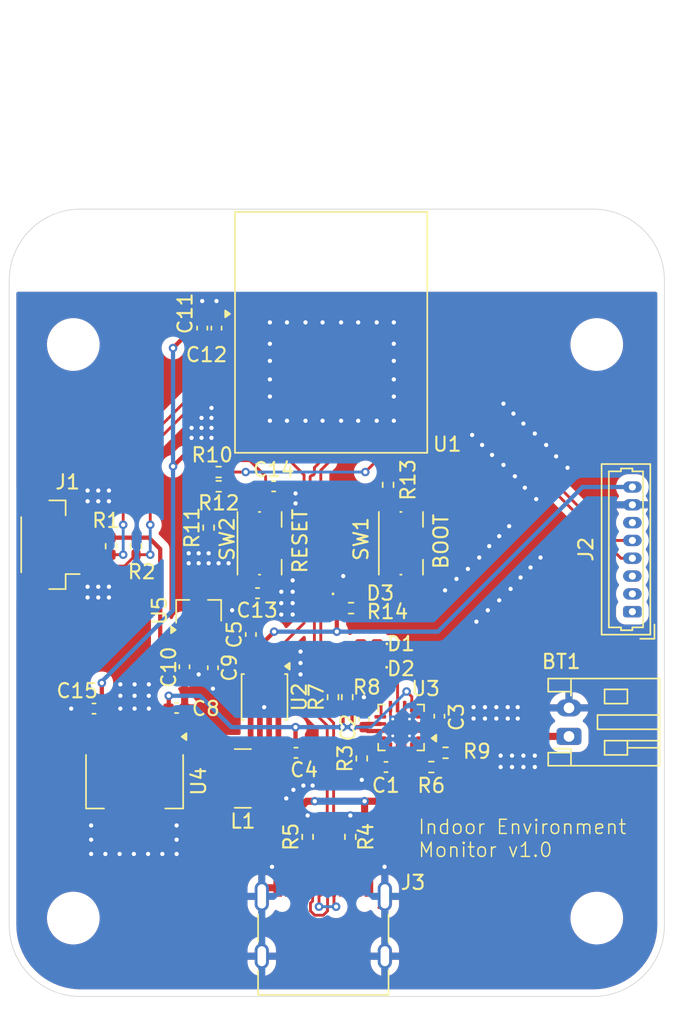
<source format=kicad_pcb>
(kicad_pcb (version 20241229) (generator "pcbnew") (generator_version "9.0")
  (layers (0 "F.Cu" signal) (2 "B.Cu" power) (13 "F.Paste" user) (15 "B.Paste" user) (5 "F.SilkS" user "F.Silkscreen") (7 "B.SilkS" user "B.Silkscreen") (1 "F.Mask" user) (3 "B.Mask" user) (25 "Edge.Cuts" user))
  (net 0 "")
  (net 1 "GND")
  (net 2 "/BAT+")
  (net 3 "/VBUS")
  (net 4 "/EN2")
  (net 5 "+5V")
  (net 6 "/ESP_PWR")
  (net 7 "/BME_PWR")
  (net 8 "Net-(SW2-B)")
  (net 9 "Net-(U1-EN)")
  (net 10 "Net-(D1-K)")
  (net 11 "Net-(D1-A)")
  (net 12 "Net-(D2-K)")
  (net 13 "Net-(D2-A)")
  (net 14 "/SDA")
  (net 15 "/SCL")
  (net 16 "/RX")
  (net 18 "/TX")
  (net 22 "/DP")
  (net 23 "Net-(J3-CC2)")
  (net 25 "/DN")
  (net 26 "Net-(J3-CC1)")
  (net 28 "Net-(U2-SW)")
  (net 29 "Net-(U3-ILIM)")
  (net 30 "Net-(U3-ISET)")
  (net 31 "Net-(U3-TS)")
  (net 32 "Net-(U1-IO8)")
  (net 33 "Net-(SW1-B)")
  (net 34 "Net-(U1-IO9)")
  (net 42 "/S_EN")
  (net 58 "Net-(D3-A)")
  (footprint "Capacitor_SMD:C_0402_1005Metric_Pad0.74x0.62mm_HandSolder" (layer "F.Cu") (at 138.3 82.1 -90)
    (property "Reference" "C11")
    (property "Value" "22uF")
  )
  (footprint "LED_SMD:LED_0402_1005Metric_Pad0.77x0.64mm_HandSolder" (layer "F.Cu") (at 149.9825 105.9 180)
    (property "Reference" "D2")
    (property "Value" "LED")
  )
  (footprint "Capacitor_SMD:C_0402_1005Metric_Pad0.74x0.62mm_HandSolder" (layer "F.Cu") (at 139.3 82.1 -90)
    (property "Reference" "C12")
    (property "Value" "0.1uF")
  )
  (footprint "Inductor_SMD:L_Coilcraft_LPS4018" (layer "F.Cu") (at 141.15 113.7 180)
    (property "Reference" "L1")
    (property "Value" "4.7uH")
  )
  (footprint "Resistor_SMD:R_0402_1005Metric_Pad0.72x0.64mm_HandSolder" (layer "F.Cu") (at 148.4825 107.9975 -90)
    (property "Reference" "R8")
    (property "Value" "2.26K")
  )
  (footprint "Resistor_SMD:R_0402_1005Metric_Pad0.72x0.64mm_HandSolder" (layer "F.Cu") (at 155.385 111.9 180)
    (property "Reference" "R9")
    (property "Value" "10K")
  )
  (footprint "Capacitor_SMD:C_0402_1005Metric_Pad0.74x0.62mm_HandSolder" (layer "F.Cu") (at 137.05 105.865 -90)
    (property "Reference" "C10")
    (property "Value" "0.1uF")
  )
  (footprint "Capacitor_SMD:C_0402_1005Metric_Pad0.74x0.62mm_HandSolder" (layer "F.Cu") (at 154.95 109.3325 90)
    (property "Reference" "C3")
    (property "Value" "4.7uF")
  )
  (footprint "Package_DFN_QFN:VQFN-16-1EP_3x3mm_P0.5mm_EP1.68x1.68mm_ThermalVias" (layer "F.Cu") (at 152.265 110.125 180)
    (property "Reference" "U3")
    (property "Value" "BQ24230RGT")
  )
  (footprint "Capacitor_SMD:C_0402_1005Metric_Pad0.74x0.62mm_HandSolder" (layer "F.Cu") (at 130.7 108.8 180)
    (property "Reference" "C15")
    (property "Value" "22uF")
  )
  (footprint "Resistor_SMD:R_0402_1005Metric_Pad0.72x0.64mm_HandSolder" (layer "F.Cu") (at 139.455 93.2 180)
    (property "Reference" "R12")
    (property "Value" "10K")
  )
  (footprint "Button_Switch_SMD:SW_Push_1P1T-SH_NO_CK_KMR2xxG" (layer "F.Cu") (at 152.25 97.2 -90)
    (property "Reference" "SW1")
    (property "Value" "BOOT")
  )
  (footprint "RF_Module:ESP32-C6-MINI-1" (layer "F.Cu") (at 147.35 85.1)
    (property "Reference" "U1")
    (property "Value" "ESP32-C6-MINI-1")
  )
  (footprint "Resistor_SMD:R_0402_1005Metric_Pad0.72x0.64mm_HandSolder" (layer "F.Cu") (at 133.65 97.4025 90)
    (property "Reference" "R2")
    (property "Value" "10K")
  )
  (footprint "Capacitor_SMD:C_0402_1005Metric_Pad0.74x0.62mm_HandSolder" (layer "F.Cu") (at 143.3175 93.2)
    (property "Reference" "C14")
    (property "Value" "1uF")
  )
  (footprint "MountingHole:MountingHole_3.2mm_M3" (layer "F.Cu") (at 166 83.25)
    (property "Reference" "H2" (hide yes))
    (property "Value" "MountingHole")
  )
  (footprint "Resistor_SMD:R_0402_1005Metric_Pad0.72x0.64mm_HandSolder" (layer "F.Cu") (at 151.35 93.0975 -90)
    (property "Reference" "R13")
    (property "Value" "220")
  )
  (footprint "MountingHole:MountingHole_3.2mm_M3" (layer "F.Cu") (at 129.25 123.5)
    (property "Reference" "H4" (hide yes))
    (property "Value" "MountingHole")
  )
  (footprint "Resistor_SMD:R_0402_1005Metric_Pad0.72x0.64mm_HandSolder" (layer "F.Cu") (at 148.75 101.75)
    (property "Reference" "R14")
    (property "Value" "3.9K")
  )
  (footprint "Button_Switch_SMD:SW_Push_1P1T-SH_NO_CK_KMR2xxG" (layer "F.Cu") (at 142.325 97.2 -90)
    (property "Reference" "SW2")
    (property "Value" "RST")
  )
  (footprint "MountingHole:MountingHole_3.2mm_M3" (layer "F.Cu") (at 129.25 83.25)
    (property "Reference" "H1" (hide yes))
    (property "Value" "MountingHole")
  )
  (footprint "Capacitor_SMD:C_0402_1005Metric_Pad0.74x0.62mm_HandSolder" (layer "F.Cu") (at 144.8825 111.9)
    (property "Reference" "C4")
    (property "Value" "10uF")
  )
  (footprint "Resistor_SMD:R_0402_1005Metric_Pad0.72x0.64mm_HandSolder" (layer "F.Cu") (at 131.9 97.4025 90)
    (property "Reference" "R1")
    (property "Value" "10K")
  )
  (footprint "Connector_JST:JST_PH_S2B-PH-K_1x02_P2.00mm_Horizontal" (layer "F.Cu") (at 164.05 110.75 90)
    (property "Reference" "BT1")
    (property "Value" "18650 Li-Ion Cell")
  )
  (footprint "Capacitor_SMD:C_0402_1005Metric_Pad0.74x0.62mm_HandSolder" (layer "F.Cu") (at 149.65 109.5325 -90)
    (property "Reference" "C2")
    (property "Value" "4.7uF")
  )
  (footprint "Capacitor_SMD:C_0402_1005Metric_Pad0.74x0.62mm_HandSolder" (layer "F.Cu") (at 151.2 112.9)
    (property "Reference" "C1")
    (property "Value" "1uF")
  )
  (footprint "Resistor_SMD:R_0402_1005Metric_Pad0.72x0.64mm_HandSolder" (layer "F.Cu") (at 139.45 92.2)
    (property "Reference" "R10")
    (property "Value" "10K")
  )
  (footprint "Package_TO_SOT_SMD:SOT-23_Handsoldering" (layer "F.Cu") (at 138.05 101.9325 90)
    (property "Reference" "U5")
    (property "Value" "TLV760")
  )
  (footprint "LED_SMD:LED_0402_1005Metric_Pad0.77x0.64mm_HandSolder" (layer "F.Cu") (at 148.75 100.75)
    (property "Reference" "D3")
    (property "Value" "LED")
  )
  (footprint "Resistor_SMD:R_0402_1005Metric_Pad0.72x0.64mm_HandSolder" (layer "F.Cu") (at 138.75 96.1025 90)
    (property "Reference" "R11")
    (property "Value" "0")
  )
  (footprint "Capacitor_SMD:C_0402_1005Metric_Pad0.74x0.62mm_HandSolder" (layer "F.Cu") (at 136.5 108.75)
    (property "Reference" "C8")
    (property "Value" "22uF")
  )
  (footprint "Resistor_SMD:R_0402_1005Metric_Pad0.72x0.64mm_HandSolder" (layer "F.Cu") (at 145.7 117.8 90)
    (property "Reference" "R5")
    (property "Value" "5.1K")
  )
  (footprint "Resistor_SMD:R_0402_1005Metric_Pad0.72x0.64mm_HandSolder" (layer "F.Cu") (at 149.5 112.3 90)
    (property "Reference" "R3")
    (property "Value" "2.94K")
  )
  (footprint "Resistor_SMD:R_0402_1005Metric_Pad0.72x0.64mm_HandSolder" (layer "F.Cu") (at 148.7 117.8 90)
    (property "Reference" "R4")
    (property "Value" "5.1K")
  )
  (footprint "Connector_Molex:Molex_PicoBlade_53047-0810_1x08_P1.25mm_Vertical" (layer "F.Cu") (at 168.5 102 90)
    (property "Reference" "J2")
    (property "Value" "Conn_01x08")
  )
  (footprint "Connector_USB:USB_C_Receptacle_G-Switch_GT-USB-7010ASV" (layer "F.Cu") (at 146.8 125.1)
    (property "Reference" "J3")
    (property "Value" "USB_C_Receptacle")
  )
  (footprint "Package_SO:MSOP-8_3x3mm_P0.65mm" (layer "F.Cu") (at 142.6725 107.9875 -90)
    (property "Reference" "U2")
    (property "Value" "MCP1642B-50")
  )
  (footprint "Resistor_SMD:R_0402_1005Metric_Pad0.72x0.64mm_HandSolder" (layer "F.Cu") (at 147.4825 107.9975 90)
    (property "Reference" "R7")
    (property "Value" "2.26K")
  )
  (footprint "MountingHole:MountingHole_3.2mm_M3" (layer "F.Cu") (at 166 123.5)
    (property "Reference" "H3" (hide yes))
    (property "Value" "MountingHole")
  )
  (footprint "Capacitor_SMD:C_0402_1005Metric_Pad0.74x0.62mm_HandSolder" (layer "F.Cu") (at 142.1825 100.7 180)
    (property "Reference" "C13")
    (property "Value" "0.1uF")
  )
  (footprint "Capacitor_SMD:C_0402_1005Metric_Pad0.74x0.62mm_HandSolder" (layer "F.Cu") (at 139.05 105.9325 -90)
    (property "Reference" "C9")
    (property "Value" "0.1uF")
  )
  (footprint "Connector_JST:JST_SH_BM04B-SRSS-TB_1x04-1MP_P1.00mm_Vertical" (layer "F.Cu") (at 127.6 97.3 90)
    (property "Reference" "J1")
    (property "Value" "JST SH 4")
  )
  (footprint "Package_TO_SOT_SMD:SOT-223-3_TabPin2" (layer "F.Cu") (at 133.55 113.9 -90)
    (property "Reference" "U4")
    (property "Value" "LT1963AxST-3.3")
  )
  (footprint "LED_SMD:LED_0402_1005Metric_Pad0.77x0.64mm_HandSolder" (layer "F.Cu") (at 150 104.25 180)
    (property "Reference" "D1")
    (property "Value" "LED")
  )
  (footprint "Capacitor_SMD:C_0402_1005Metric_Pad0.74x0.62mm_HandSolder" (layer "F.Cu") (at 141.715 103.6 90)
    (property "Reference" "C5")
    (property "Value" "10uF")
  )
  (footprint "Resistor_SMD:R_0402_1005Metric_Pad0.72x0.64mm_HandSolder" (layer "F.Cu") (at 154.385 112.9)
    (property "Reference" "R6")
    (property "Value" "4.32K")
  )
  (gr_arc (start 129.75 129) (mid 126.214466 127.535534) (end 124.75 124) (stroke (width 0.05)) (layer "Edge.Cuts"))
  (gr_arc (start 124.75 78.75) (mid 126.214466 75.214466) (end 129.75 73.75) (stroke (width 0.05)) (layer "Edge.Cuts"))
  (gr_line (start 170.75 79) (end 170.75 78.75) (stroke (width 0.05)) (layer "Edge.Cuts"))
  (gr_arc (start 165.75 73.75) (mid 169.285534 75.214466) (end 170.75 78.75) (stroke (width 0.05)) (layer "Edge.Cuts"))
  (gr_line (start 170.75 79) (end 170.75 124) (stroke (width 0.05)) (layer "Edge.Cuts"))
  (gr_line (start 124.75 78.75) (end 124.75 79) (stroke (width 0.05)) (layer "Edge.Cuts"))
  (gr_arc (start 170.75 124) (mid 169.285534 127.535534) (end 165.75 129) (stroke (width 0.05)) (layer "Edge.Cuts"))
  (gr_line (start 165.75 129) (end 129.75 129) (stroke (width 0.05)) (layer "Edge.Cuts"))
  (gr_line (start 129.75 73.75) (end 165.75 73.75) (stroke (width 0.05)) (layer "Edge.Cuts"))
  (gr_line (start 124.75 124) (end 124.75 79) (stroke (width 0.05)) (layer "Edge.Cuts"))
  (gr_text "RESET" (at 145.75 99.4 90) (layer "F.SilkS") (effects (font (size 1 1)) (justify left bottom)))
  (gr_text "Indoor Environment\nMonitor v1.0" (at 153.4 119.3 0) (layer "F.SilkS") (effects (font (size 1 1) (thickness 0.1)) (justify left bottom)))
  (gr_text "BOOT" (at 155.65 99.1 90) (layer "F.SilkS") (effects (font (size 1 1)) (justify left bottom)))
  (segment (start 139.05 106.5) (end 139.05 107.4) (width 0.2) (layer "F.Cu") (net 1))
  (segment (start 149.65 108.965) (end 149.65 108) (width 0.3) (layer "F.Cu") (net 1))
  (segment (start 150.6325 113.3675) (end 150.2 113.8) (width 0.3) (layer "F.Cu") (net 1))
  (segment (start 141.4 89.15) (end 141.45 89.1) (width 0.2) (layer "F.Cu") (net 1))
  (segment (start 143.885 93.2) (end 144.35 93.2) (width 0.2) (layer "F.Cu") (net 1))
  (segment (start 152.015 111.055) (end 151.675 110.715) (width 0.2) (layer "F.Cu") (net 1))
  (segment (start 141.715 103.0325) (end 141.715 102.315) (width 0.3) (layer "F.Cu") (net 1))
  (segment (start 148.1775 100.75) (end 148.1775 99.5225) (width 0.2) (layer "F.Cu") (net 1))
  (segment (start 148.7 117.2025) (end 148.7 116.3) (width 0.2) (layer "F.Cu") (net 1))
  (segment (start 152.515 108.6625) (end 152.515 109.195) (width 0.2) (layer "F.Cu") (net 1))
  (segment (start 143.125 95.15) (end 144.1 95.15) (width 0.2) (layer "F.Cu") (net 1))
  (segment (start 143.125 99.25) (end 144.1 99.25) (width 0.2) (layer "F.Cu") (net 1))
  (segment (start 145.7 117.2025) (end 145.7 116.3) (width 0.2) (layer "F.Cu") (net 1))
  (segment (start 144.15 90) (end 144.15 88.7) (width 0.2) (layer "F.Cu") (net 1))
  (segment (start 137.05 106.4325) (end 138.0175 106.4325) (width 0.2) (layer "F.Cu") (net 1))
  (segment (start 152.515 111.5875) (end 152.515 111.055) (width 0.2) (layer "F.Cu") (net 1))
  (segment (start 138.3 81.5325) (end 138.3 80.2) (width 0.2) (layer "F.Cu") (net 1))
  (segment (start 143.6 120.3) (end 143.2 119.9) (width 0.2) (layer "F.Cu") (net 1))
  (segment (start 150 121) (end 151.1 119.9) (width 0.2) (layer "F.Cu") (net 1))
  (segment (start 144.1 95.15) (end 144.85 94.4) (width 0.2) (layer "F.Cu") (net 1))
  (segment (start 145.45 114.15) (end 145.4 114.2) (width 0.3) (layer "F.Cu") (net 1))
  (segment (start 142.55 89.1) (end 143.05 88.6) (width 0.2) (layer "F.Cu") (net 1))
  (segment (start 144.15 88.7) (end 144.25 88.6) (width 0.2) (layer "F.Cu") (net 1))
  (segment (start 150.7 122.76) (end 151.14 122.76) (width 0.2) (layer "F.Cu") (net 1))
  (segment (start 144.1 99.25) (end 144.65 99.8) (width 0.2) (layer "F.Cu") (net 1))
  (segment (start 152.515 111.055) (end 152.855 110.715) (width 0.2) (layer "F.Cu") (net 1))
  (segment (start 142.9975 109.0475) (end 142.65 108.7) (width 0.2) (layer "F.Cu") (net 1))
  (segment (start 150.2 113.8) (end 149.5 113.8) (width 0.3) (layer "F.Cu") (net 1))
  (segment (start 141.3 101.9) (end 140.4 101.9) (width 0.3) (layer "F.Cu") (net 1))
  (segment (start 142.3475 109.0025) (end 142.65 108.7) (width 0.2) (layer "F.Cu") (net 1))
  (segment (start 152.515 109.195) (end 152.855 109.535) (width 0.2) (layer "F.Cu") (net 1))
  (segment (start 151.515 108.6625) (end 151.515 109.375) (width 0.2) (layer "F.Cu") (net 1))
  (segment (start 138.0175 106.4325) (end 138.05 106.4) (width 0.2) (layer "F.Cu") (net 1))
  (segment (start 150 121.475) (end 150 121) (width 0.2) (layer "F.Cu") (net 1))
  (segment (start 143.6 121.475) (end 143.6 120.3) (width 0.2) (layer "F.Cu") (net 1))
  (segment (start 153.015 109.375) (end 152.855 109.535) (width 0.2) (layer "F.Cu") (net 1))
  (segment (start 144.35 93.2) (end 144.85 93.7) (width 0.2) (layer "F.Cu") (net 1))
  (segment (start 141.4 90.05) (end 141.4 89.15) (width 0.2) (layer "F.Cu") (net 1))
  (segment (start 141.715 102.315) (end 141.3 101.9) (width 0.3) (layer "F.Cu") (net 1))
  (segment (start 145.45 111.9) (end 145.45 114.15) (width 0.3) (layer "F.Cu") (net 1))
  (segment (start 151.515 109.375) (end 151.675 109.535) (width 0.2) (layer "F.Cu") (net 1))
  (segment (start 153.7275 109.375) (end 153.015 109.375) (width 0.2) (layer "F.Cu") (net 1))
  (segment (start 142.3475 110.1) (end 142.3475 109.0025) (width 0.2) (layer "F.Cu") (net 1))
  (segment (start 141.45 89.1) (end 142.55 89.1) (width 0.2) (layer "F.Cu") (net 1))
  (segment (start 139.3 81.5325) (end 139.3 80.2) (width 0.2) (layer "F.Cu") (net 1))
  (segment (start 152.015 111.5875) (end 152.015 111.055) (width 0.2) (layer "F.Cu") (net 1))
  (segment (start 142.8 122.76) (end 142.36 122.76) (width 0.2) (layer "F.Cu") (net 1))
  (segment (start 148.1775 99.5225) (end 148.2 99.5) (width 0.2) (layer "F.Cu") (net 1))
  (segment (start 150.6325 112.9) (end 150.6325 113.3675) (width 0.3) (layer "F.Cu") (net 1))
  (segment (start 130.1325 108.8) (end 129.1 108.8) (width 0.3) (layer "F.Cu") (net 1))
  (segment (start 142.9975 110.1) (end 142.9975 109.0475) (width 0.2) (layer "F.Cu") (net 1))
  (segment (start 149.5 112.8975) (end 149.5 113.8) (width 0.2) (layer "F.Cu") (net 1))
  (via (at 140.15 98.6) (size 0.6) (drill 0.3) (layers "F.Cu" "B.Cu") (net 1))
  (via (at 145.55 88.6) (size 0.6) (drill 0.3) (layers "F.Cu" "B.Cu") (net 1))
  (via (at 159.85 96) (size 0.6) (drill 0.3) (layers "F.Cu" "B.Cu") (net 1))
  (via (at 131.75 100.25) (size 0.6) (drill 0.3) (layers "F.Cu" "B.Cu") (net 1))
  (via (at 158.95 109.5) (size 0.6) (drill 0.3) (layers "F.Cu" "B.Cu") (net 1))
  (via (at 162.45 90.3) (size 0.6) (drill 0.3) (layers "F.Cu" "B.Cu") (net 1))
  (via (at 160.45 109.5) (size 0.6) (drill 0.3) (layers "F.Cu" "B.Cu") (net 1))
  (via (at 136.5 119) (size 0.6) (drill 0.3) (layers "F.Cu" "B.Cu") (net 1))
  (via (at 143.05 88.6) (size 0.6) (drill 0.3) (layers "F.Cu" "B.Cu") (net 1))
  (via (at 138.75 97.9) (size 0.6) (drill 0.3) (layers "F.Cu" "B.Cu") (net 1))
  (via (at 160.85 88.8) (size 0.6) (drill 0.3) (layers "F.Cu" "B.Cu") (net 1))
  (via (at 159.15 96.7) (size 0.6) (drill 0.3) (layers "F.Cu" "B.Cu") (net 1))
  (via (at 131.5 119) (size 0.6) (drill 0.3) (layers "F.Cu" "B.Cu") (net 1))
  (via (at 144.85 93.7) (size 0.6) (drill 0.3) (layers "F.Cu" "B.Cu") (net 1))
  (via (at 163.15 91.1) (size 0.6) (drill 0.3) (layers "F.Cu" "B.Cu") (net 1))
  (via (at 163.95 91.9) (size 0.6) (drill 0.3) (layers "F.Cu" "B.Cu") (net 1))
  (via (at 159.75 109.5) (size 0.6) (drill 0.3) (layers "F.Cu" "B.Cu") (net 1))
  (via (at 160.95 93.3) (size 0.6) (drill 0.3) (layers "F.Cu" "B.Cu") (net 1))
  (via (at 161.35 98.9) (size 0.6) (drill 0.3) (layers "F.Cu" "B.Cu") (net 1))
  (via (at 133.55 108.8) (size 0.6) (drill 0.3) (layers "F.Cu" "B.Cu") (net 1))
  (via (at 143.2 119.9) (size 0.6) (drill 0.3) (layers "F.Cu" "B.Cu") (net 1))
  (via (at 157.35 109.5) (size 0.6) (drill 0.3) (layers "F.Cu" "B.Cu") (net 1))
  (via (at 131 101) (size 0.6) (drill 0.3) (layers "F.Cu" "B.Cu") (net 1))
  (via (at 159.95 100.4) (size 0.6) (drill 0.3) (layers "F.Cu" "B.Cu") (net 1))
  (via (at 161.65 89.5) (size 0.6) (drill 0.3) (layers "F.Cu" "B.Cu") (net 1))
  (via (at 140.4 101.9) (size 0.6) (drill 0.3) (layers "F.Cu" "B.Cu") (net 1))
  (via (at 139.05 107.4) (size 0.6) (drill 0.3) (layers "F.Cu" "B.Cu") (net 1))
  (via (at 158.15 109.5) (size 0.6) (drill 0.3) (layers "F.Cu" "B.Cu") (net 1))
  (via (at 160.05 112.1) (size 0.6) (drill 0.3) (layers "F.Cu" "B.Cu") (net 1))
  (via (at 137.35 97.9) (size 0.6) (drill 0.3) (layers "F.Cu" "B.Cu") (net 1))
  (via (at 138.25 89.1) (size 0.6) (drill 0.3) (layers "F.Cu" "B.Cu") (net 1))
  (via (at 131 94.25) (size 0.6) (drill 0.3) (layers "F.Cu" "B.Cu") (net 1))
  (via (at 144.65 101.4) (size 0.6) (drill 0.3) (layers "F.Cu" "B.Cu") (net 1))
  (via (at 143.05 81.7) (size 0.6) (drill 0.3) (layers "F.Cu" "B.Cu") (net 1))
  (via (at 133.55 107.1) (size 0.6) (drill 0.3) (layers "F.Cu" "B.Cu") (net 1))
  (via (at 157.35 108.7) (size 0.6) (drill 0.3) (layers "F.Cu" "B.Cu") (net 1))
  (via (at 132.55 107.9) (size 0.6) (drill 0.3) (layers "F.Cu" "B.Cu") (net 1))
  (via (at 145.2 104.8) (size 0.6) (drill 0.3) (layers "F.Cu" "B.Cu") (net 1))
  (via (at 144.2 115.1) (size 0.6) (drill 0.3) (layers "F.Cu" "B.Cu") (net 1))
  (via (at 144.25 88.6) (size 0.6) (drill 0.3) (layers "F.Cu" "B.Cu") (net 1))
  (via (at 130.25 101) (size 0.6) (drill 0.3) (layers "F.Cu" "B.Cu") (net 1))
  (via (at 158.45 97.4) (size 0.6) (drill 0.3) (layers "F.Cu" "B.Cu") (net 1))
  (via (at 160.85 112.9) (size 0.6) (drill 0.3) (layers "F.Cu" "B.Cu") (net 1))
  (via (at 143.05 84.4) (size 0.6) (drill 0.3) (layers "F.Cu" "B.Cu") (net 1))
  (via (at 155.35 100.5) (size 0.6) (drill 0.3) (layers "F.Cu" "B.Cu") (net 1))
  (via (at 158.65 91) (size 0.6) (drill 0.3) (layers "F.Cu" "B.Cu") (net 1))
  (via (at 134.55 108.8) (size 0.6) (drill 0.3) (layers "F.Cu" "B.Cu") (net 1))
  (via (at 144.65 99.8) (size 0.6) (drill 0.3) (layers "F.Cu" "B.Cu") (net 1))
  (via (at 134.55 107.1) (size 0.6) (drill 0.3) (layers "F.Cu" "B.Cu") (net 1))
  (via (at 151.75 88.6) (size 0.6) (drill 0.3) (layers "F.Cu" "B.Cu") (net 1))
  (via (at 143.05 83.2) (size 0.6) (drill 0.3) (layers "F.Cu" "B.Cu") (net 1))
  (via (at 158.15 108.7) (size 0.6) (drill 0.3) (layers "F.Cu" "B.Cu") (net 1))
  (via (at 162.05 98.2) (size 0.6) (drill 0.3) (layers "F.Cu" "B.Cu") (net 1))
  (via (at 138.05 98.6) (size 0.6) (drill 0.3) (layers "F.Cu" "B.Cu") (net 1))
  (via (at 157.25 89.6) (size 0.6) (drill 0.3) (layers "F.Cu" "B.Cu") (net 1))
  (via (at 160.25 92.5) (size 0.6) (drill 0.3) (layers "F.Cu" "B.Cu") (net 1))
  (via (at 138.75 98.6) (size 0.6) (drill 0.3) (layers "F.Cu" "B.Cu") (net 1))
  (via (at 138.25 88.4) (size 0.6) (drill 0.3) (layers "F.Cu" "B.Cu") (net 1))
  (via (at 131.75 93.5) (size 0.6) (drill 0.3) (layers "F.Cu" "B.Cu") (net 1))
  (via (at 135.5 119) (size 0.6) (drill 0.3) (layers "F.Cu" "B.Cu") (net 1))
  (via (at 143.85 102.2) (size 0.6) (drill 0.3) (layers "F.Cu" "B.Cu") (net 1))
  (via (at 144.25 81.7) (size 0.6) (drill 0.3) (layers "F.Cu" "B.Cu") (net 1))
  (via (at 131 100.25) (size 0.6) (drill 0.3) (layers "F.Cu" "B.Cu") (net 1))
  (via (at 158.95 108.7) (size 0.6) (drill 0.3) (layers "F.Cu" "B.Cu") (net 1))
  (via (at 143.05 85.7) (size 0.6) (drill 0.3) (layers "F.Cu" "B.Cu") (net 1))
  (via (at 131.75 101) (size 0.6) (drill 0.3) (layers "F.Cu" "B.Cu") (net 1))
  (via (at 137.55 89.1) (size 0.6) (drill 0.3) (layers "F.Cu" "B.Cu") (net 1))
  (via (at 146.75 81.7) (size 0.6) (drill 0.3) (layers "F.Cu" "B.Cu") (net 1))
  (via (at 132.55 107.1) (size 0.6) (drill 0.3) (layers "F.Cu" "B.Cu") (net 1))
  (via (at 148.7 116.3) (size 0.6) (drill 0.3) (layers "F.Cu" "B.Cu") (net 1))
  (via (at 136.5 117) (size 0.6) (drill 0.3) (layers "F.Cu" "B.Cu") (net 1))
  (via (at 145.2 106.4) (size 0.6) (drill 0.3) (layers "F.Cu" "B.Cu") (net 1))
  (via (at 145.7 116.3) (size 0.6) (drill 0.3) (layers "F.Cu" "B.Cu") (net 1))
  (via (at 150.55 88.6) (size 0.6) (drill 0.3) (layers "F.Cu" "B.Cu") (net 1))
  (via (at 157.95 90.3) (size 0.6) (drill 0.3) (layers "F.Cu" "B.Cu") (net 1))
  (via (at 161.75 94.1) (size 0.6) (drill 0.3) (layers "F.Cu" "B.Cu") (net 1))
  (via (at 130.5 118) (size 0.6) (drill 0.3) (layers "F.Cu" "B.Cu") (net 1))
  (via (at 159.45 91.7) (size 0.6) (drill 0.3) (layers "F.Cu" "B.Cu") (net 1))
  (via (at 151.75 86.9) (size 0.6) (drill 0.3) (layers "F.Cu" "B.Cu") (net 1))
  (via (at 144.65 102.2) (size 0.6) (drill 0.3) (layers "F.Cu" "B.Cu") (net 1))
  (via (at 149.65 108) (size 0.6) (drill 0.3) (layers "F.Cu" "B.Cu") (net 1))
  (via (at 150.55 81.7) (size 0.6) (drill 0.3) (layers "F.Cu" "B.Cu") (net 1))
  (via (at 160.15 88.1) (size 0.6) (drill 0.3) (layers "F.Cu" "B.Cu") (net 1))
  (via (at 149.5 113.8) (size 0.6) (drill 0.3) (layers "F.Cu" "B.Cu") (net 1))
  (via (at 142.65 108.7) (size 0.6) (drill 0.3) (layers "F.Cu" "B.Cu") (net 1))
  (via (at 161.65 112.9) (size 0.6) (drill 0.3) (layers "F.Cu" "B.Cu") (net 1))
  (via (at 151.75 84.4) (size 0.6) (drill 0.3) (layers "F.Cu" "B.Cu") (net 1))
  (via (at 138.05 97.9) (size 0.6) (drill 0.3) (layers "F.Cu" "B.Cu") (net 1))
  (via (at 159.25 112.9) (size 0.6) (drill 0.3) (layers "F.Cu" "B.Cu") (net 1))
  (via (at 130.25 93.5) (size 0.6) (drill 0.3) (layers "F.Cu" "B.Cu") (net 1))
  (via (at 132.55 108.8) (size 0.6) (drill 0.3) (layers "F.Cu" "B.Cu") (net 1))
  (via (at 145.55 81.7) (size 0.6) (drill 0.3) (layers "F.Cu" "B.Cu") (net 1))
  (via (at 146.75 88.6) (size 0.6) (drill 0.3) (layers "F.Cu" "B.Cu") (net 1))
  (via (at 138.3 80.2) (size 0.6) (drill 0.3) (layers "F.Cu" "B.Cu") (net 1))
  (via (at 149.25 81.7) (size 0.6) (drill 0.3) (layers "F.Cu" "B.Cu") (net 1))
  (via (at 130.5 117) (size 0.6) (drill 0.3) (layers "F.Cu" "B.Cu") (net 1))
  (via (at 132.5 119) (size 0.6) (drill 0.3) (layers "F.Cu" "B.Cu") (net 1))
  (via (at 146.05 114.2) (size 0.6) (drill 0.3) (layers "F.Cu" "B.Cu") (net 1))
  (via (at 157.75 98.2) (size 0.6) (drill 0.3) (layers "F.Cu" "B.Cu") (net 1))
  (via (at 144.7 114.5) (size 0.6) (drill 0.3) (layers "F.Cu" "B.Cu") (net 1))
  (via (at 145.4 114.2) (size 0.6) (drill 0.3) (layers "F.Cu" "B.Cu") (net 1))
  (via (at 157.55 102.7) (size 0.6) (drill 0.3) (layers "F.Cu" "B.Cu") (net 1))
  (via (at 137.55 89.8) (size 0.6) (drill 0.3) (layers "F.Cu" "B.Cu") (net 1))
  (via (at 138.95 89.8) (size 0.6) (drill 0.3) (layers "F.Cu" "B.Cu") (net 1))
  (via (at 131 93.5) (size 0.6) (drill 0.3) (layers "F.Cu" "B.Cu") (net 1))
  (via (at 138.95 87.7) (size 0.6) (drill 0.3) (layers "F.Cu" "B.Cu") (net 1))
  (via (at 133.55 107.9) (size 0.6) (drill 0.3) (layers "F.Cu" "B.Cu") (net 1))
  (via (at 139.3 80.2) (size 0.6) (drill 0.3) (layers "F.Cu" "B.Cu") (net 1))
  (via (at 156.95 99) (size 0.6) (drill 0.3) (layers "F.Cu" "B.Cu") (net 1))
  (via (at 138.25 89.8) (size 0.6) (drill 0.3) (layers "F.Cu" "B.Cu") (net 1))
  (via (at 143.85 101.4) (size 0.6) (drill 0.3) (layers "F.Cu" "B.Cu") (net 1))
  (via (at 159.25 112.1) (size 0.6) (drill 0.3) (layers "F.Cu" "B.Cu") (net 1))
  (via (at 144.65 100.6) (size 0.6) (drill 0.3) (layers "F.Cu" "B.Cu") (net 1))
  (via (at 151.75 85.7) (size 0.6) (drill 0.3) (layers "F.Cu" "B.Cu") (net 1))
  (via (at 145.2 105.6) (size 0.6) (drill 0.3) (layers "F.Cu" "B.Cu") (net 1))
  (via (at 160.45 108.7) (size 0.6) (drill 0.3) (layers "F.Cu" "B.Cu") (net 1))
  (via (at 138.95 88.4) (size 0.6) (drill 0.3) (layers "F.Cu" "B.Cu") (net 1))
  (via (at 143.85 100.6) (size 0.6) (drill 0.3) (layers "F.Cu" "B.Cu") (net 1))
  (via (at 151.75 83.2) (size 0.6) (drill 0.3) (layers "F.Cu" "B.Cu") (net 1))
  (via (at 159.15 101.2) (size 0.6) (drill 0.3) (layers "F.Cu" "B.Cu") (net 1))
  (via (at 130.25 100.25) (size 0.6) (drill 0.3) (layers "F.Cu" "B.Cu") (net 1))
  (via (at 156.15 99.7) (size 0.6) (drill 0.3) (layers "F.Cu" "B.Cu") (net 1))
  (via (at 161.65 112.1) (size 0.6) (drill 0.3) (layers "F.Cu" "B.Cu") (net 1))
  (via (at 151.75 81.7) (size 0.6) (drill 0.3) (layers "F.Cu" "B.Cu") (net 1))
  (via (at 138.95 89.1) (size 0.6) (drill 0.3) (layers "F.Cu" "B.Cu") (net 1))
  (via (at 160.05 112.9) (size 0.6) (drill 0.3) (layers "F.Cu" "B.Cu") (net 1))
  (via (at 129.1 108.8) (size 0.6) (drill 0.3) (layers "F.Cu" "B.Cu") (net 1))
  (via (at 130.25 94.25) (size 0.6) (drill 0.3) (layers "F.Cu" "B.Cu") (net 1))
  (via (at 158.35 101.9) (size 0.6) (drill 0.3) (layers "F.Cu" "B.Cu") (net 1))
  (via (at 148.05 88.6) (size 0.6) (drill 0.3) (layers "F.Cu" "B.Cu") (net 1))
  (via (at 160.85 112.1) (size 0.6) (drill 0.3) (layers "F.Cu" "B.Cu") (net 1))
  (via (at 130.5 119) (size 0.6) (drill 0.3) (layers "F.Cu" "B.Cu") (net 1))
  (via (at 131.75 94.25) (size 0.6) (drill 0.3) (layers "F.Cu" "B.Cu") (net 1))
  (via (at 134.5 119) (size 0.6) (drill 0.3) (layers "F.Cu" "B.Cu") (net 1))
  (via (at 136.5 118) (size 0.6) (drill 0.3) (layers "F.Cu" "B.Cu") (net 1))
  (via (at 133.5 119) (size 0.6) (drill 0.3) (layers "F.Cu" "B.Cu") (net 1))
  (via (at 139.45 98.6) (size 0.6) (drill 0.3) (layers "F.Cu" "B.Cu") (net 1))
  (via (at 144.85 94.4) (size 0.6) (drill 0.3) (layers "F.Cu" "B.Cu") (net 1))
  (via (at 159.45 87.4) (size 0.6) (drill 0.3) (layers "F.Cu" "B.Cu") (net 1))
  (via (at 149.25 88.6) (size 0.6) (drill 0.3) (layers "F.Cu" "B.Cu") (net 1))
  (via (at 148.2 99.5) (size 0.6) (drill 0.3) (layers "F.Cu" "B.Cu") (net 1))
  (via (at 148.05 81.7) (size 0.6) (drill 0.3) (layers "F.Cu" "B.Cu") (net 1))
  (via (at 138.05 106.4) (size 0.6) (drill 0.3) (layers "F.Cu" "B.Cu") (net 1))
  (via (at 137.35 98.6) (size 0.6) (drill 0.3) (layers "F.Cu" "B.Cu") (net 1))
  (via (at 143.05 86.9) (size 0.6) (drill 0.3) (layers "F.Cu" "B.Cu") (net 1))
  (via (at 134.55 107.9) (size 0.6) (drill 0.3) (layers "F.Cu" "B.Cu") (net 1))
  (via (at 160.65 99.6) (size 0.6) (drill 0.3) (layers "F.Cu" "B.Cu") (net 1))
  (via (at 151.1 119.9) (size 0.6) (drill 0.3) (layers "F.Cu" "B.Cu") (net 1))
  (via (at 159.75 108.7) (size 0.6) (drill 0.3) (layers "F.Cu" "B.Cu") (net 1))
  (segment (start 154.95 109.9) (end 153.7525 109.9) (width 0.2) (layer "F.Cu") (net 2))
  (segment (start 154.925 109.875) (end 154.95 109.9) (width 0.2) (layer "F.Cu") (net 2))
  (segment (start 155.8 110.75) (end 154.95 109.9) (width 0.5) (layer "F.Cu") (net 2))
  (segment (start 153.7525 109.9) (end 153.7275 109.875) (width 0.2) (layer "F.Cu") (net 2))
  (segment (start 153.7275 110.375) (end 153.7275 109.875) (width 0.2) (layer "F.Cu") (net 2))
  (segment (start 164.05 110.75) (end 155.8 110.75) (width 0.5) (layer "F.Cu") (net 2))
  (segment (start 154.475 110.375) (end 153.7275 110.375) (width 0.2) (layer "F.Cu") (net 2))
  (segment (start 154.95 109.9) (end 154.475 110.375) (width 0.2) (layer "F.Cu") (net 2))
  (segment (start 151 115.3) (end 151.7675 114.5325) (width 0.5) (layer "F.Cu") (net 3))
  (segment (start 145.637925 115.3) (end 146.2 115.3) (width 0.5) (layer "F.Cu") (net 3))
  (segment (start 144.4 121.475) (end 144.4 116.537925) (width 0.5) (layer "F.Cu") (net 3))
  (segment (start 149.2 121.475) (end 149.2 120.2) (width 0.5) (layer "F.Cu") (net 3))
  (segment (start 149.2 120.2) (end 149.7 119.7) (width 0.5) (layer "F.Cu") (net 3))
  (segment (start 144.4 116.537925) (end 145.637925 115.3) (width 0.5) (layer "F.Cu") (net 3))
  (segment (start 151.515 112.265) (end 151.515 111.5875) (width 0.3) (layer "F.Cu") (net 3))
  (segment (start 151.760755 112.910229) (end 151.760755 112.510755) (width 0.3) (layer "F.Cu") (net 3))
  (segment (start 149.7 115.3) (end 151 115.3) (width 0.5) (layer "F.Cu") (net 3))
  (segment (start 149.7 119.7) (end 149.7 115.3) (width 0.5) (layer "F.Cu") (net 3))
  (segment (start 151.760755 112.510755) (end 151.515 112.265) (width 0.3) (layer "F.Cu") (net 3))
  (segment (start 151.7675 114.5325) (end 151.7675 112.9) (width 0.5) (layer "F.Cu") (net 3))
  (via (at 149.7 115.3) (size 0.6) (drill 0.3) (layers "F.Cu" "B.Cu") (net 3))
  (via (at 146.2 115.3) (size 0.6) (drill 0.3) (layers "F.Cu" "B.Cu") (net 3))
  (segment (start 146.2 115.3) (end 149.7 115.3) (width 0.5) (layer "B.Cu") (net 3))
  (segment (start 143.95 113.7) (end 142.915 113.7) (width 0.3) (layer "F.Cu") (net 4))
  (segment (start 135.9325 110.5675) (end 135.8 110.7) (width 0.3) (layer "F.Cu") (net 4))
  (segment (start 135.95 107.9) (end 135.95 108.7325) (width 0.3) (layer "F.Cu") (net 4))
  (segment (start 143.95 111.9) (end 143.6475 111.5975) (width 0.3) (layer "F.Cu") (net 4))
  (segment (start 143.6475 111.5975) (end 143.6475 110.1) (width 0.3) (layer "F.Cu") (net 4))
  (segment (start 150.8025 109.875) (end 149.875 109.875) (width 0.3) (layer "F.Cu") (net 4))
  (segment (start 135.9325 108.75) (end 135.9325 110.5675) (width 0.3) (layer "F.Cu") (net 4))
  (segment (start 144.315 111.9) (end 144.315 113.335) (width 0.3) (layer "F.Cu") (net 4))
  (segment (start 149.65 110.1) (end 148.85 110.1) (width 0.3) (layer "F.Cu") (net 4))
  (segment (start 144.315 111.9) (end 143.95 111.9) (width 0.3) (layer "F.Cu") (net 4))
  (segment (start 153.015 107.965) (end 152.65 107.6) (width 0.2) (layer "F.Cu") (net 4))
  (segment (start 135.95 108.7325) (end 135.9325 108.75) (width 0.3) (layer "F.Cu") (net 4))
  (segment (start 149.925 110.375) (end 149.65 110.1) (width 0.3) (layer "F.Cu") (net 4))
  (segment (start 150.8025 110.375) (end 149.925 110.375) (width 0.3) (layer "F.Cu") (net 4))
  (segment (start 148.15 109.2625) (end 147.4825 108.595) (width 0.3) (layer "F.Cu") (net 4))
  (segment (start 144.315 113.335) (end 143.95 113.7) (width 0.3) (layer "F.Cu") (net 4))
  (segment (start 148.15 110.1) (end 148.15 109.2625) (width 0.3) (layer "F.Cu") (net 4))
  (segment (start 144.85 111.365) (end 144.315 111.9) (width 0.3) (layer "F.Cu") (net 4))
  (segment (start 153.015 108.6625) (end 153.015 107.965) (width 0.2) (layer "F.Cu") (net 4))
  (segment (start 144.85 110.1) (end 144.85 111.365) (width 0.3) (layer "F.Cu") (net 4))
  (segment (start 149.875 109.875) (end 149.65 110.1) (width 0.3) (layer "F.Cu") (net 4))
  (segment (start 148.85 108.9625) (end 148.4825 108.595) (width 0.3) (layer "F.Cu") (net 4))
  (segment (start 148.85 110.1) (end 148.85 108.9625) (width 0.3) (layer "F.Cu") (net 4))
  (via (at 148.15 110.1) (size 0.6) (drill 0.3) (layers "F.Cu" "B.Cu") (net 4))
  (via (at 135.95 107.9) (size 0.6) (drill 0.3) (layers "F.Cu" "B.Cu") (net 4))
  (via (at 144.85 110.1) (size 0.6) (drill 0.3) (layers "F.Cu" "B.Cu") (net 4))
  (via (at 148.85 110.1) (size 0.6) (drill 0.3) (layers "F.Cu" "B.Cu") (net 4))
  (via (at 152.65 107.6) (size 0.6) (drill 0.3) (layers "F.Cu" "B.Cu") (net 4))
  (segment (start 144.85 110.1) (end 140.35 110.1) (width 0.3) (layer "B.Cu") (net 4))
  (segment (start 137.35 107.9) (end 136.65 107.9) (width 0.3) (layer "B.Cu") (net 4))
  (segment (start 148.15 110.1) (end 144.85 110.1) (width 0.3) (layer "B.Cu") (net 4))
  (segment (start 140.35 110.1) (end 138.15 107.9) (width 0.3) (layer "B.Cu") (net 4))
  (segment (start 152.65 107.6) (end 150.15 110.1) (width 0.2) (layer "B.Cu") (net 4))
  (segment (start 138.15 107.9) (end 137.35 107.9) (width 0.3) (layer "B.Cu") (net 4))
  (segment (start 150.15 110.1) (end 148.85 110.1) (width 0.2) (layer "B.Cu") (net 4))
  (segment (start 136.65 107.9) (end 135.95 107.9) (width 0.3) (layer "B.Cu") (net 4))
  (segment (start 148.15 110.1) (end 148.85 110.1) (width 0.3) (layer "B.Cu") (net 4))
  (segment (start 139.05 103.4825) (end 139 103.4325) (width 0.3) (layer "F.Cu") (net 5))
  (segment (start 141.6975 105.875) (end 141.6975 104.185) (width 0.3) (layer "F.Cu") (net 5))
  (segment (start 141.715 104.1675) (end 142.5825 104.1675) (width 0.3) (layer "F.Cu") (net 5))
  (segment (start 147.75 103.4) (end 147.75 102.1525) (width 0.3) (layer "F.Cu") (net 5))
  (segment (start 139.56 105.875) (end 139.05 105.365) (width 0.3) (layer "F.Cu") (net 5))
  (segment (start 139.05 105.365) (end 139.05 103.4825) (width 0.3) (layer "F.Cu") (net 5))
  (segment (start 147.75 102.1525) (end 148.1525 101.75) (width 0.3) (layer "F.Cu") (net 5))
  (segment (start 141.6975 104.185) (end 141.715 104.1675) (width 0.3) (layer "F.Cu") (net 5))
  (segment (start 142.5825 104.1675) (end 143.35 103.4) (width 0.3) (layer "F.Cu") (net 5))
  (segment (start 141.6975 105.875) (end 139.56 105.875) (width 0.3) (layer "F.Cu") (net 5))
  (via (at 143.35 103.4) (size 0.6) (drill 0.3) (layers "F.Cu" "B.Cu") (net 5))
  (via (at 147.75 103.4) (size 0.6) (drill 0.3) (layers "F.Cu" "B.Cu") (net 5))
  (segment (start 143.35 103.4) (end 147.75 103.4) (width 0.3) (layer "B.Cu") (net 5))
  (segment (start 147.75 103.4) (end 154.85 103.4) (width 0.3) (layer "B.Cu") (net 5))
  (segment (start 165 93.25) (end 168.5 93.25) (width 0.3) (layer "B.Cu") (net 5))
  (segment (start 154.85 103.4) (end 165 93.25) (width 0.3) (layer "B.Cu") (net 5))
  (segment (start 139.3 82.6675) (end 141.4175 82.6675) (width 0.3) (layer "F.Cu") (net 6))
  (segment (start 131.25 110.65) (end 131.2 110.7) (width 0.3) (layer "F.Cu") (net 6))
  (segment (start 131.25 108.75) (end 131.25 110.65) (width 0.3) (layer "F.Cu") (net 6))
  (segment (start 136.25 83.5) (end 137.0825 82.6675) (width 0.3) (layer "F.Cu") (net 6))
  (segment (start 131.25 108.75) (end 131.25 108.1) (width 0.3) (layer "F.Cu") (net 6))
  (segment (start 131.25 108.1) (end 131.25 107.75) (width 0.3) (layer "F.Cu") (net 6))
  (segment (start 138.8525 93.195) (end 138.8575 93.2) (width 0.3) (layer "F.Cu") (net 6))
  (segment (start 138.8525 92.2) (end 138.8525 93.195) (width 0.3) (layer "F.Cu") (net 6))
  (segment (start 138.8525 91.5025) (end 138.8525 92.2) (width 0.3) (layer "F.Cu") (net 6))
  (segment (start 137.0825 82.6675) (end 138.3 82.6675) (width 0.3) (layer "F.Cu") (net 6))
  (segment (start 131.25 107.75) (end 131.25 107) (width 0.3) (layer "F.Cu") (net 6))
  (segment (start 138.3 82.6675) (end 139.3 82.6675) (width 0.3) (layer "F.Cu") (net 6))
  (segment (start 136.25 91.8) (end 137.05 91) (width 0.3) (layer "F.Cu") (net 6))
  (segment (start 138.35 91) (end 138.8525 91.5025) (width 0.3) (layer "F.Cu") (net 6))
  (segment (start 137.05 91) (end 138.35 91) (width 0.3) (layer "F.Cu") (net 6))
  (segment (start 141.4175 82.6675) (end 141.45 82.7) (width 0.3) (layer "F.Cu") (net 6))
  (via (at 136.25 83.5) (size 0.6) (drill 0.3) (layers "F.Cu" "B.Cu") (net 6))
  (via (at 131.25 107) (size 0.6) (drill 0.3) (layers "F.Cu" "B.Cu") (net 6))
  (via (at 136.25 91.8) (size 0.6) (drill 0.3) (layers "F.Cu" "B.Cu") (net 6))
  (segment (start 136.25 91.8) (end 136.25 83.5) (width 0.3) (layer "B.Cu") (net 6))
  (segment (start 131.25 106.9) (end 136.25 101.9) (width 0.3) (layer "B.Cu") (net 6))
  (segment (start 136.25 101.9) (end 136.25 91.8) (width 0.3) (layer "B.Cu") (net 6))
  (segment (start 137.1 105.2475) (end 137.05 105.2975) (width 0.3) (layer "F.Cu") (net 7))
  (segment (start 131.9 96.805) (end 128.93 96.805) (width 0.3) (layer "F.Cu") (net 7))
  (segment (start 133.65 96.805) (end 131.9 96.805) (width 0.3) (layer "F.Cu") (net 7))
  (segment (start 134.545 96.805) (end 133.65 96.805) (width 0.3) (layer "F.Cu") (net 7))
  (segment (start 137.1 103.4325) (end 137.1 105.2475) (width 0.3) (layer "F.Cu") (net 7))
  (segment (start 134.55 96.8) (end 134.545 96.805) (width 0.3) (layer "F.Cu") (net 7))
  (segment (start 136.0475 105.2975) (end 135.35 104.6) (width 0.3) (layer "F.Cu") (net 7))
  (segment (start 135.35 97.6) (end 134.55 96.8) (width 0.3) (layer "F.Cu") (net 7))
  (segment (start 135.35 104.6) (end 135.35 97.6) (width 0.3) (layer "F.Cu") (net 7))
  (segment (start 137.05 105.2975) (end 136.0475 105.2975) (width 0.3) (layer "F.Cu") (net 7))
  (segment (start 128.93 96.805) (end 128.925 96.8) (width 0.3) (layer "F.Cu") (net 7))
  (segment (start 141.525 100.61) (end 141.615 100.7) (width 0.2) (layer "F.Cu") (net 8))
  (segment (start 139.7 96.15) (end 139.75 96.1) (width 0.2) (layer "F.Cu") (net 8))
  (segment (start 139.75 96.1) (end 141.05 96.1) (width 0.2) (layer "F.Cu") (net 8))
  (segment (start 138.75 96.7) (end 139.15 96.7) (width 0.2) (layer "F.Cu") (net 8))
  (segment (start 141.05 96.1) (end 141.525 96.575) (width 0.2) (layer "F.Cu") (net 8))
  (segment (start 139.15 96.7) (end 139.7 96.15) (width 0.2) (layer "F.Cu") (net 8))
  (segment (start 140.7 95.15) (end 141.525 95.15) (width 0.2) (layer "F.Cu") (net 8))
  (segment (start 141.525 96.575) (end 141.525 99.25) (width 0.2) (layer "F.Cu") (net 8))
  (segment (start 141.525 99.25) (end 141.525 100.61) (width 0.2) (layer "F.Cu") (net 8))
  (segment (start 139.7 96.15) (end 140.7 95.15) (width 0.2) (layer "F.Cu") (net 8))
  (segment (start 139.95 90.8) (end 140.55 91.4) (width 0.2) (layer "F.Cu") (net 9))
  (segment (start 140.55 91.4) (end 141.65 91.4) (width 0.2) (layer "F.Cu") (net 9))
  (segment (start 141.45 86.7) (end 140.15 86.7) (width 0.2) (layer "F.Cu") (net 9))
  (segment (start 139.95 86.9) (end 139.95 90.8) (width 0.2) (layer "F.Cu") (net 9))
  (segment (start 138.75 94.6) (end 138.75 95.505) (width 0.2) (layer "F.Cu") (net 9))
  (segment (start 140.15 86.7) (end 139.95 86.9) (width 0.2) (layer "F.Cu") (net 9))
  (segment (start 142.75 93.2) (end 140.0525 93.2) (width 0.2) (layer "F.Cu") (net 9))
  (segment (start 140.0525 93.2) (end 140.0525 93.2975) (width 0.2) (layer "F.Cu") (net 9))
  (segment (start 140.0525 93.2975) (end 138.75 94.6) (width 0.2) (layer "F.Cu") (net 9))
  (segment (start 142.75 92.5) (end 142.75 93.2) (width 0.2) (layer "F.Cu") (net 9))
  (segment (start 141.65 91.4) (end 142.75 92.5) (width 0.2) (layer "F.Cu") (net 9))
  (segment (start 152.015 104.665) (end 152.015 108.6625) (width 0.2) (layer "F.Cu") (net 10))
  (segment (start 150.875 104.25) (end 151.6 104.25) (width 0.2) (layer "F.Cu") (net 10))
  (segment (start 151.6 104.25) (end 152.015 104.665) (width 0.2) (layer "F.Cu") (net 10))
  (segment (start 148 104.25) (end 149.125 104.25) (width 0.2) (layer "F.Cu") (net 11))
  (segment (start 147.4825 104.7675) (end 148 104.25) (width 0.2) (layer "F.Cu") (net 11))
  (segment (start 147.4825 107.4) (end 147.4825 104.7675) (width 0.2) (layer "F.Cu") (net 11))
  (segment (start 150.8575 109.32) (end 150.8025 109.375) (width 0.2) (layer "F.Cu") (net 12))
  (segment (start 150.8575 105.9) (end 150.8575 109.32) (width 0.2) (layer "F.Cu") (net 12))
  (segment (start 148.4825 106.525) (end 149.1075 105.9) (width 0.2) (layer "F.Cu") (net 13))
  (segment (start 148.4825 107.4) (end 148.4825 106.525) (width 0.2) (layer "F.Cu") (net 13))
  (segment (start 140.05 84.3) (end 132.75 91.6) (width 0.2) (layer "F.Cu") (net 14))
  (segment (start 130.8 98.3) (end 130.3 97.8) (width 0.2) (layer "F.Cu") (net 14))
  (segment (start 131.2 98.3) (end 130.8 98.3) (width 0.2) (layer "F.Cu") (net 14))
  (segment (start 132.75 98) (end 131.9 98) (width 0.2) (layer "F.Cu") (net 14))
  (segment (start 132.75 91.6) (end 132.75 95.9) (width 0.2) (layer "F.Cu") (net 14))
  (segment (start 131.5 98) (end 131.2 98.3) (width 0.2) (layer "F.Cu") (net 14))
  (segment (start 130.3 97.8) (end 128.925 97.8) (width 0.2) (layer "F.Cu") (net 14))
  (segment (start 131.9 98) (end 131.5 98) (width 0.2) (layer "F.Cu") (net 14))
  (segment (start 141.45 84.3) (end 140.05 84.3) (width 0.2) (layer "F.Cu") (net 14))
  (via (at 132.75 95.9) (size 0.6) (drill 0.3) (layers "F.Cu" "B.Cu") (net 14))
  (via (at 132.75 98) (size 0.6) (drill 0.3) (layers "F.Cu" "B.Cu") (net 14))
  (segment (start 132.75 95.9) (end 132.75 98) (width 0.2) (layer "B.Cu") (net 14))
  (segment (start 141.45 85.1) (end 140.05 85.1) (width 0.2) (layer "F.Cu") (net 15))
  (segment (start 134.65 98) (end 133.65 98) (width 0.2) (layer "F.Cu") (net 15))
  (segment (start 134.65 90.5) (end 134.65 95.9) (width 0.2) (layer "F.Cu") (net 15))
  (segment (start 140.05 85.1) (end 134.65 90.5) (width 0.2) (layer "F.Cu") (net 15))
  (segment (start 132.85 98.8) (end 128.925 98.8) (width 0.2) (layer "F.Cu") (net 15))
  (segment (start 133.65 98) (end 132.85 98.8) (width 0.2) (layer "F.Cu") (net 15))
  (via (at 134.65 98) (size 0.6) (drill 0.3) (layers "F.Cu" "B.Cu") (net 15))
  (via (at 134.65 95.9) (size 0.6) (drill 0.3) (layers "F.Cu" "B.Cu") (net 15))
  (segment (start 134.65 95.9) (end 134.65 98) (width 0.2) (layer "B.Cu") (net 15))
  (segment (start 168.5 97) (end 167.100057 97) (width 0.2) (layer "F.Cu") (net 16))
  (segment (start 167.100057 97) (end 154.400057 84.3) (width 0.2) (layer "F.Cu") (net 16))
  (segment (start 154.400057 84.3) (end 153.25 84.3) (width 0.2) (layer "F.Cu") (net 16))
  (segment (start 168.5 98.25) (end 167.7 98.25) (width 0.2) (layer "F.Cu") (net 18))
  (segment (start 154.55 85.1) (end 153.25 85.1) (width 0.2) (layer "F.Cu") (net 18))
  (segment (start 167.7 98.25) (end 154.55 85.1) (width 0.2) (layer "F.Cu") (net 18))
  (segment (start 147.7 122.7) (end 147.55 122.55) (width 0.2) (layer "F.Cu") (net 22))
  (segment (start 147.55 122.65) (end 147.6 122.7) (width 0.2) (layer "F.Cu") (net 22))
  (segment (start 146.625 92.075546) (end 147.175 91.525546) (width 0.2) (layer "F.Cu") (net 22))
  (segment (start 147.35 90.600001) (end 147.35 90) (width 0.2) (layer "F.Cu") (net 22))
  (segment (start 146.5 122.7) (end 146.5 121.425) (width 0.2) (layer "F.Cu") (net 22))
  (segment (start 147.55 121.375) (end 147.55 120.444999) (width 0.2) (layer "F.Cu") (net 22))
  (segment (start 147.55 122.55) (end 147.55 121.375) (width 0.2) (layer "F.Cu") (net 22))
  (segment (start 147.55 121.375) (end 147.525001 121.350001) (width 0.2) (layer "F.Cu") (net 22))
  (segment (start 147.55 121.475) (end 147.525001 121.450001) (width 0.2) (layer "F.Cu") (net 22))
  (segment (start 146.5 121.425) (end 146.55 121.375) (width 0.2) (layer "F.Cu") (net 22))
  (segment (start 146.625 108.906802) (end 146.625 92.075546) (width 0.2) (layer "F.Cu") (net 22))
  (segment (start 147.175 91.525546) (end 147.175 90.775001) (width 0.2) (layer "F.Cu") (net 22))
  (segment (start 147.55 120.444999) (end 147.525 120.419999) (width 0.2) (layer "F.Cu") (net 22))
  (segment (start 147.525 120.419999) (end 147.525 109.806802) (width 0.2) (layer "F.Cu") (net 22))
  (segment (start 147.525 109.806802) (end 146.625 108.906802) (width 0.2) (layer "F.Cu") (net 22))
  (segment (start 147.175 90.775001) (end 147.35 90.600001) (width 0.2) (layer "F.Cu") (net 22))
  (segment (start 146.55 122.65) (end 146.5 122.7) (width 0.2) (layer "F.Cu") (net 22))
  (via (at 147.7 122.7) (size 0.6) (drill 0.3) (layers "F.Cu" "B.Cu") (net 22))
  (via (at 146.5 122.7) (size 0.6) (drill 0.3) (layers "F.Cu" "B.Cu") (net 22))
  (segment (start 147.7 122.7) (end 146.5 122.7) (width 0.2) (layer "B.Cu") (net 22))
  (segment (start 148.55 121.475) (end 148.55 119.75) (width 0.2) (layer "F.Cu") (net 23))
  (segment (start 148.7 119.6) (end 148.7 118.3975) (width 0.2) (layer "F.Cu") (net 23))
  (segment (start 148.55 119.75) (end 148.7 119.6) (width 0.2) (layer "F.Cu") (net 23))
  (segment (start 146.8 123.3) (end 147.1 123) (width 0.2) (layer "F.Cu") (net 25))
  (segment (start 146.175 95.58315) (end 146.175 95.869282) (width 0.2) (layer "F.Cu") (net 25))
  (segment (start 145.875 96.169282) (end 145.875 96.469282) (width 0.2) (layer "F.Cu") (net 25))
  (segment (start 145.875 92.88315) (end 145.875 92.58315) (width 0.2) (layer "F.Cu") (net 25))
  (segment (start 146.175 92.28315) (end 146.175 91.98315) (width 0.2) (layer "F.Cu") (net 25))
  (segment (start 145.875 97.369282) (end 145.875 97.669282) (width 0.2) (layer "F.Cu") (net 25))
  (segment (start 146.175 99.169282) (end 146.175 99.469282) (width 0.2) (layer "F.Cu") (net 25))
  (segment (start 145.899 122.999) (end 146.2 123.3) (width 0.2) (layer "F.Cu") (net 25))
  (segment (start 146.175 94.68315) (end 146.175 94.38315) (width 0.2) (layer "F.Cu") (net 25))
  (segment (start 146.175 100.773432) (end 146.175 109.093198) (width 0.2) (layer "F.Cu") (net 25))
  (segment (start 146.175 97.969282) (end 146.175 98.269282) (width 0.2) (layer "F.Cu") (net 25))
  (segment (start 147.075 109.993198) (end 147.075 120.419999) (width 0.2) (layer "F.Cu") (net 25))
  (segment (start 146.05 121.375) (end 146.05 122.300057) (width 0.2) (layer "F.Cu") (net 25))
  (segment (start 145.875 98.569282) (end 145.875 98.869282) (width 0.2) (layer "F.Cu") (net 25))
  (segment (start 146.175 91.98315) (end 146.175 91.88915) (width 0.2) (layer "F.Cu") (net 25))
  (segment (start 146.175 100.669282) (end 146.175 100.773432) (width 0.2) (layer "F.Cu") (net 25))
  (segment (start 146.2 123.3) (end 146.8 123.3) (width 0.2) (layer "F.Cu") (net 25))
  (segment (start 145.899 122.451057) (end 145.899 122.999) (width 0.2) (layer "F.Cu") (net 25))
  (segment (start 147.075 120.419999) (end 147.05 120.444999) (width 0.2) (layer "F.Cu") (net 25))
  (segment (start 146.05 122.300057) (end 145.899 122.451057) (width 0.2) (layer "F.Cu") (net 25))
  (segment (start 146.175 93.48315) (end 146.175 93.18315) (width 0.2) (layer "F.Cu") (net 25))
  (segment (start 147.05 120.444999) (end 147.05 121.375) (width 0.2) (layer "F.Cu") (net 25))
  (segment (start 145.875 94.08315) (end 145.875 93.78315) (width 0.2) (layer "F.Cu") (net 25))
  (segment (start 146.181459 91.882691) (end 146.55 91.51415) (width 0.2) (layer "F.Cu") (net 25))
  (segment (start 146.175 96.769282) (end 146.175 97.069282) (width 0.2) (layer "F.Cu") (net 25))
  (segment (start 146.175 100.369282) (end 146.175 100.669282) (width 0.2) (layer "F.Cu") (net 25))
  (segment (start 146.175 91.88915) (end 146.181459 91.882691) (width 0.2) (layer "F.Cu") (net 25))
  (segment (start 146.175 109.093198) (end 147.075 109.993198) (width 0.2) (layer "F.Cu") (net 25))
  (segment (start 145.875 99.769282) (end 145.875 100.069282) (width 0.2) (layer "F.Cu") (net 25))
  (segment (start 146.55 91.51415) (end 146.55 90) (width 0.2) (layer "F.Cu") (net 25))
  (segment (start 147.074999 121.450001) (end 147.05 121.475) (width 0.2) (layer "F.Cu") (net 25))
  (segment (start 147.1 123) (end 147.1 121.425) (width 0.2) (layer "F.Cu") (net 25))
  (segment (start 147.1 121.425) (end 147.05 121.375) (width 0.2) (layer "F.Cu") (net 25))
  (segment (start 145.875 95.28315) (end 145.875 94.98315) (width 0.2) (layer "F.Cu") (net 25))
  (arc (start 145.875 96.469282) (mid 145.918934 96.575348) (end 146.025 96.619282) (width 0.2) (layer "F.Cu") (net 25))
  (arc (start 145.875 97.669282) (mid 145.918934 97.775348) (end 146.025 97.819282) (width 0.2) (layer "F.Cu") (net 25))
  (arc (start 146.025 100.219282) (mid 146.131066 100.263216) (end 146.175 100.369282) (width 0.2) (layer "F.Cu") (net 25))
  (arc (start 146.025 92.43315) (mid 146.131066 92.389216) (end 146.175 92.28315) (width 0.2) (layer "F.Cu") (net 25))
  (arc (start 146.175 93.18315) (mid 146.131066 93.077084) (end 146.025 93.03315) (width 0.2) (layer "F.Cu") (net 25))
  (arc (start 145.875 93.78315) (mid 145.918934 93.677084) (end 146.025 93.63315) (width 0.2) (layer "F.Cu") (net 25))
  (arc (start 146.025 94.83315) (mid 146.131066 94.789216) (end 146.175 94.68315) (width 0.2) (layer "F.Cu") (net 25))
  (arc (start 146.025 97.219282) (mid 145.918934 97.263216) (end 145.875 97.369282) (width 0.2) (layer "F.Cu") (net 25))
  (arc (start 146.175 98.269282) (mid 146.131066 98.375348) (end 146.025 98.419282) (width 0.2) (layer "F.Cu") (net 25))
  (arc (start 146.175 99.469282) (mid 146.131066 99.575348) (end 146.025 99.619282) (width 0.2) (layer "F.Cu") (net 25))
  (arc (start 146.025 96.619282) (mid 146.131066 96.663216) (end 146.175 96.769282) (width 0.2) (layer "F.Cu") (net 25))
  (arc (start 146.025 99.019282) (mid 146.131066 99.063216) (end 146.175 99.169282) (width 0.2) (layer "F.Cu") (net 25))
  (arc (start 146.025 93.63315) (mid 146.131066 93.589216) (end 146.175 93.48315) (width 0.2) (layer "F.Cu") (net 25))
  (arc (start 146.175 97.069282) (mid 146.131066 97.175348) (end 146.025 97.219282) (width 0.2) (layer "F.Cu") (net 25))
  (arc (start 146.025 93.03315) (mid 145.918934 92.989216) (end 145.875 92.88315) (width 0.2) (layer "F.Cu") (net 25))
  (arc (start 146.025 97.819282) (mid 146.131066 97.863216) (end 146.175 97.969282) (width 0.2) (layer "F.Cu") (net 25))
  (arc (start 146.025 94.23315) (mid 145.918934 94.189216) (end 145.875 94.08315) (width 0.2) (layer "F.Cu") (net 25))
  (arc (start 145.875 100.069282) (mid 145.918934 100.175348) (end 146.025 100.219282) (width 0.2) (layer "F.Cu") (net 25))
  (arc (start 146.025 99.619282) (mid 145.918934 99.663216) (end 145.875 99.769282) (width 0.2) (layer "F.Cu") (net 25))
  (arc (start 145.875 92.58315) (mid 145.918934 92.477084) (end 146.025 92.43315) (width 0.2) (layer "F.Cu") (net 25))
  (arc (start 146.025 95.43315) (mid 145.918934 95.389216) (end 145.875 95.28315) (width 0.2) (layer "F.Cu") (net 25))
  (arc (start 145.875 94.98315) (mid 145.918934 94.877084) (end 146.025 94.83315) (width 0.2) (layer "F.Cu") (net 25))
  (arc (start 145.875 98.869282) (mid 145.918934 98.975348) (end 146.025 99.019282) (width 0.2) (layer "F.Cu") (net 25))
  (arc (start 146.025 96.019282) (mid 145.918934 96.063216) (end 145.875 96.169282) (width 0.2) (layer "F.Cu") (net 25))
  (arc (start 146.175 95.869282) (mid 146.131066 95.975348) (end 146.025 96.019282) (width 0.2) (layer "F.Cu") (net 25))
  (arc (start 146.175 95.58315) (mid 146.131066 95.477084) (end 146.025 95.43315) (width 0.2) (layer "F.Cu") (net 25))
  (arc (start 146.025 98.419282) (mid 145.918934 98.463216) (end 145.875 98.569282) (width 0.2) (layer "F.Cu") (net 25))
  (arc (start 146.175 94.38315) (mid 146.131066 94.277084) (end 146.025 94.23315) (width 0.2) (layer "F.Cu") (net 25))
  (segment (start 145.55 121.475) (end 145.55 119.75) (width 0.2) (layer "F.Cu") (net 26))
  (segment (start 145.55 119.75) (end 145.7 119.6) (width 0.2) (layer "F.Cu") (net 26))
  (segment (start 145.7 119.6) (end 145.7 118.3975) (width 0.2) (layer "F.Cu") (net 26))
  (segment (start 138.4 113.15) (end 138.4 112.1) (width 0.3) (layer "F.Cu") (net 28))
  (segment (start 139.2 111.3) (end 141.45 111.3) (width 0.3) (layer "F.Cu") (net 28))
  (segment (start 139.385 113.7) (end 138.95 113.7) (width 0.3) (layer "F.Cu") (net 28))
  (segment (start 138.4 112.1) (end 139.2 111.3) (width 0.3) (layer "F.Cu") (net 28))
  (segment (start 141.45 111.3) (end 141.6975 111.0525) (width 0.3) (layer "F.Cu") (net 28))
  (segment (start 141.6975 111.0525) (end 141.6975 110.1) (width 0.3) (layer "F.Cu") (net 28))
  (segment (start 138.95 113.7) (end 138.4 113.15) (width 0.3) (layer "F.Cu") (net 28))
  (segment (start 149.515 111.135) (end 149.515 111.6625) (width 0.2) (layer "F.Cu") (net 29))
  (segment (start 150.8025 110.875) (end 149.775 110.875) (width 0.2) (layer "F.Cu") (net 29))
  (segment (start 149.775 110.875) (end 149.515 111.135) (width 0.2) (layer "F.Cu") (net 29))
  (segment (start 153.015 111.5875) (end 153.015 112.765) (width 0.2) (layer "F.Cu") (net 30))
  (segment (start 153.015 112.765) (end 153.15 112.9) (width 0.2) (layer "F.Cu") (net 30))
  (segment (start 153.15 112.9) (end 153.7875 112.9) (width 0.2) (layer "F.Cu") (net 30))
  (segment (start 154.525 110.875) (end 154.7875 111.1375) (width 0.2) (layer "F.Cu") (net 31))
  (segment (start 154.7875 111.1375) (end 154.7875 111.9) (width 0.2) (layer "F.Cu") (net 31))
  (segment (start 153.7275 110.875) (end 154.525 110.875) (width 0.2) (layer "F.Cu") (net 31))
  (segment (start 141.35 92.2) (end 140.0475 92.2) (width 0.2) (layer "F.Cu") (net 32))
  (segment (start 150.55 90) (end 150.55 91.4) (width 0.2) (layer "F.Cu") (net 32))
  (segment (start 150.55 91.4) (end 149.75 92.2) (width 0.2) (layer "F.Cu") (net 32))
  (via (at 141.35 92.2) (size 0.6) (drill 0.3) (layers "F.Cu" "B.Cu") (net 32))
  (via (at 149.75 92.2) (size 0.6) (drill 0.3) (layers "F.Cu" "B.Cu") (net 32))
  (segment (start 149.75 92.2) (end 141.35 92.2) (width 0.2) (layer "B.Cu") (net 32))
  (segment (start 151.45 95.15) (end 151.45 99.25) (width 0.2) (layer "F.Cu") (net 33))
  (segment (start 151.35 95.05) (end 151.45 95.15) (width 0.2) (layer "F.Cu") (net 33))
  (segment (start 151.35 93.695) (end 151.35 95.05) (width 0.2) (layer "F.Cu") (net 33))
  (segment (start 151.35 90) (end 151.35 92.5) (width 0.2) (layer "F.Cu") (net 34))
  (segment (start 145.45 92.4) (end 144.25 91.2) (width 0.2) (layer "F.Cu") (net 42))
  (segment (start 145.45 102.8) (end 145.45 92.4) (width 0.2) (layer "F.Cu") (net 42))
  (segment (start 144.25 91.2) (end 143.15 91.2) (width 0.2) (layer "F.Cu") (net 42))
  (segment (start 143.15 91.2) (end 142.55 90.6) (width 0.2) (layer "F.Cu") (net 42))
  (segment (start 143.6475 104.6025) (end 145.45 102.8) (width 0.2) (layer "F.Cu") (net 42))
  (segment (start 143.6475 105.875) (end 143.6475 104.6025) (width 0.2) (layer "F.Cu") (net 42))
  (segment (start 142.55 90.6) (end 142.55 90) (width 0.2) (layer "F.Cu") (net 42))
  (segment (start 149.3475 100.775) (end 149.3225 100.75) (width 0.2) (layer "F.Cu") (net 58))
  (segment (start 149.3475 101.75) (end 149.3475 100.775) (width 0.2) (layer "F.Cu") (net 58))
  (zone (net 0) (net_name "") (layer "F.Cu") (connect_pads (clearance 0)) (min_thickness 0.25)
    (keepout (tracks allowed) (vias allowed) (pads allowed) (copperpour not_allowed) (footprints allowed))
    (fill (thermal_gap 0.5) (thermal_bridge_width 0.5))
    (polygon (pts (xy 147 106.25) (xy 147.25 115.75) (xy 149.5 115.75) (xy 151.75 112.25) (xy 151.75 106.25)))
  )
  (zone (net 0) (net_name "") (layer "F.Cu") (connect_pads (clearance 0)) (min_thickness 0.25)
    (keepout (tracks allowed) (vias allowed) (pads allowed) (copperpour not_allowed) (footprints allowed))
    (fill (thermal_gap 0.5) (thermal_bridge_width 0.5))
    (polygon (pts (xy 145 115.5) (xy 149.6 115.6) (xy 149.8 118.3) (xy 144.7 118.4)))
  )
  (zone (net 0) (net_name "") (layer "F.Cu") (connect_pads (clearance 0)) (min_thickness 0.25)
    (keepout (tracks allowed) (vias allowed) (pads allowed) (copperpour not_allowed) (footprints allowed))
    (fill (thermal_gap 0.5) (thermal_bridge_width 0.5))
    (polygon (pts (xy 133 91.25) (xy 133 96) (xy 134.25 96) (xy 134.25 91.25)))
  )
  (zone (net 0) (net_name "") (layer "F.Cu") (connect_pads (clearance 0)) (min_thickness 0.25)
    (keepout (tracks allowed) (vias allowed) (pads allowed) (copperpour not_allowed) (footprints allowed))
    (fill (thermal_gap 0.5) (thermal_bridge_width 0.5))
    (polygon (pts (xy 139.25 91.5) (xy 139 96.25) (xy 141.25 96.5) (xy 141.25 98.5) (xy 145.25 98.5) (xy 145.25 91.5)))
  )
  (zone (net 0) (net_name "") (layer "F.Cu") (connect_pads (clearance 0)) (min_thickness 0.25)
    (keepout (tracks allowed) (vias allowed) (pads allowed) (copperpour not_allowed) (footprints allowed))
    (fill (thermal_gap 0.5) (thermal_bridge_width 0.5))
    (polygon (pts (xy 124.9 95.3) (xy 128.7 95.3) (xy 128.7 99.4) (xy 124.9 99.4)))
  )
  (zone (net 1) (net_name "GND") (layers "F.Cu" "B.Cu") (name "Ground") (connect_pads (clearance 0.5)) (min_thickness 0.25) (fill yes (thermal_gap 0.5) (thermal_bridge_width 0.5))
    (polygon (pts (xy 124.75 79.55) (xy 124.75 129) (xy 170.75 129) (xy 170.75 79.55)))
  )
)
</source>
